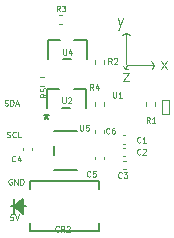
<source format=gbr>
%TF.GenerationSoftware,KiCad,Pcbnew,8.0.4*%
%TF.CreationDate,2025-02-04T23:44:10-05:00*%
%TF.ProjectId,Magnetometer,4d61676e-6574-46f6-9d65-7465722e6b69,rev?*%
%TF.SameCoordinates,Original*%
%TF.FileFunction,Legend,Top*%
%TF.FilePolarity,Positive*%
%FSLAX46Y46*%
G04 Gerber Fmt 4.6, Leading zero omitted, Abs format (unit mm)*
G04 Created by KiCad (PCBNEW 8.0.4) date 2025-02-04 23:44:10*
%MOMM*%
%LPD*%
G01*
G04 APERTURE LIST*
%ADD10C,0.100000*%
%ADD11C,0.150000*%
%ADD12C,0.120000*%
%ADD13C,0.152400*%
G04 APERTURE END LIST*
D10*
X139118646Y-147465752D02*
X139642455Y-147465752D01*
X139642455Y-147465752D02*
X139118646Y-148132419D01*
X139118646Y-148132419D02*
X139642455Y-148132419D01*
X139150000Y-146930000D02*
X139300000Y-147190000D01*
X139620000Y-147160000D02*
X139300000Y-147190000D01*
X139300000Y-147190000D02*
X139620000Y-147160000D01*
X139460000Y-146820000D02*
X139300000Y-147190000D01*
X139395000Y-144080000D02*
X139745000Y-144250000D01*
X139395000Y-144080000D02*
X139045000Y-144300000D01*
X141760000Y-146780000D02*
X141570000Y-147120000D01*
X141760000Y-146780000D02*
X141560000Y-146450000D01*
X138698646Y-142855752D02*
X138936741Y-143522419D01*
X139174836Y-142855752D02*
X138936741Y-143522419D01*
X138936741Y-143522419D02*
X138841503Y-143760514D01*
X138841503Y-143760514D02*
X138793884Y-143808133D01*
X138793884Y-143808133D02*
X138698646Y-143855752D01*
X141760000Y-146780000D02*
X139460000Y-146820000D01*
X142368646Y-147152419D02*
X142892455Y-146485752D01*
X142368646Y-146485752D02*
X142892455Y-147152419D01*
X139415000Y-144095000D02*
X139425000Y-146745000D01*
X129858646Y-159466057D02*
X129630074Y-159466057D01*
X129630074Y-159466057D02*
X129607217Y-159694628D01*
X129607217Y-159694628D02*
X129630074Y-159671771D01*
X129630074Y-159671771D02*
X129675789Y-159648914D01*
X129675789Y-159648914D02*
X129790074Y-159648914D01*
X129790074Y-159648914D02*
X129835789Y-159671771D01*
X129835789Y-159671771D02*
X129858646Y-159694628D01*
X129858646Y-159694628D02*
X129881503Y-159740342D01*
X129881503Y-159740342D02*
X129881503Y-159854628D01*
X129881503Y-159854628D02*
X129858646Y-159900342D01*
X129858646Y-159900342D02*
X129835789Y-159923200D01*
X129835789Y-159923200D02*
X129790074Y-159946057D01*
X129790074Y-159946057D02*
X129675789Y-159946057D01*
X129675789Y-159946057D02*
X129630074Y-159923200D01*
X129630074Y-159923200D02*
X129607217Y-159900342D01*
X130018646Y-159466057D02*
X130178646Y-159946057D01*
X130178646Y-159946057D02*
X130338646Y-159466057D01*
X129141517Y-150237830D02*
X129210089Y-150260687D01*
X129210089Y-150260687D02*
X129324374Y-150260687D01*
X129324374Y-150260687D02*
X129370089Y-150237830D01*
X129370089Y-150237830D02*
X129392946Y-150214972D01*
X129392946Y-150214972D02*
X129415803Y-150169258D01*
X129415803Y-150169258D02*
X129415803Y-150123544D01*
X129415803Y-150123544D02*
X129392946Y-150077830D01*
X129392946Y-150077830D02*
X129370089Y-150054972D01*
X129370089Y-150054972D02*
X129324374Y-150032115D01*
X129324374Y-150032115D02*
X129232946Y-150009258D01*
X129232946Y-150009258D02*
X129187231Y-149986401D01*
X129187231Y-149986401D02*
X129164374Y-149963544D01*
X129164374Y-149963544D02*
X129141517Y-149917830D01*
X129141517Y-149917830D02*
X129141517Y-149872115D01*
X129141517Y-149872115D02*
X129164374Y-149826401D01*
X129164374Y-149826401D02*
X129187231Y-149803544D01*
X129187231Y-149803544D02*
X129232946Y-149780687D01*
X129232946Y-149780687D02*
X129347231Y-149780687D01*
X129347231Y-149780687D02*
X129415803Y-149803544D01*
X129621517Y-150260687D02*
X129621517Y-149780687D01*
X129621517Y-149780687D02*
X129735803Y-149780687D01*
X129735803Y-149780687D02*
X129804374Y-149803544D01*
X129804374Y-149803544D02*
X129850089Y-149849258D01*
X129850089Y-149849258D02*
X129872946Y-149894972D01*
X129872946Y-149894972D02*
X129895803Y-149986401D01*
X129895803Y-149986401D02*
X129895803Y-150054972D01*
X129895803Y-150054972D02*
X129872946Y-150146401D01*
X129872946Y-150146401D02*
X129850089Y-150192115D01*
X129850089Y-150192115D02*
X129804374Y-150237830D01*
X129804374Y-150237830D02*
X129735803Y-150260687D01*
X129735803Y-150260687D02*
X129621517Y-150260687D01*
X130078660Y-150123544D02*
X130307232Y-150123544D01*
X130032946Y-150260687D02*
X130192946Y-149780687D01*
X130192946Y-149780687D02*
X130352946Y-150260687D01*
X129731503Y-156488914D02*
X129685789Y-156466057D01*
X129685789Y-156466057D02*
X129617217Y-156466057D01*
X129617217Y-156466057D02*
X129548646Y-156488914D01*
X129548646Y-156488914D02*
X129502931Y-156534628D01*
X129502931Y-156534628D02*
X129480074Y-156580342D01*
X129480074Y-156580342D02*
X129457217Y-156671771D01*
X129457217Y-156671771D02*
X129457217Y-156740342D01*
X129457217Y-156740342D02*
X129480074Y-156831771D01*
X129480074Y-156831771D02*
X129502931Y-156877485D01*
X129502931Y-156877485D02*
X129548646Y-156923200D01*
X129548646Y-156923200D02*
X129617217Y-156946057D01*
X129617217Y-156946057D02*
X129662931Y-156946057D01*
X129662931Y-156946057D02*
X129731503Y-156923200D01*
X129731503Y-156923200D02*
X129754360Y-156900342D01*
X129754360Y-156900342D02*
X129754360Y-156740342D01*
X129754360Y-156740342D02*
X129662931Y-156740342D01*
X129960074Y-156946057D02*
X129960074Y-156466057D01*
X129960074Y-156466057D02*
X130234360Y-156946057D01*
X130234360Y-156946057D02*
X130234360Y-156466057D01*
X130462931Y-156946057D02*
X130462931Y-156466057D01*
X130462931Y-156466057D02*
X130577217Y-156466057D01*
X130577217Y-156466057D02*
X130645788Y-156488914D01*
X130645788Y-156488914D02*
X130691503Y-156534628D01*
X130691503Y-156534628D02*
X130714360Y-156580342D01*
X130714360Y-156580342D02*
X130737217Y-156671771D01*
X130737217Y-156671771D02*
X130737217Y-156740342D01*
X130737217Y-156740342D02*
X130714360Y-156831771D01*
X130714360Y-156831771D02*
X130691503Y-156877485D01*
X130691503Y-156877485D02*
X130645788Y-156923200D01*
X130645788Y-156923200D02*
X130577217Y-156946057D01*
X130577217Y-156946057D02*
X130462931Y-156946057D01*
X129327217Y-152910427D02*
X129395789Y-152933284D01*
X129395789Y-152933284D02*
X129510074Y-152933284D01*
X129510074Y-152933284D02*
X129555789Y-152910427D01*
X129555789Y-152910427D02*
X129578646Y-152887569D01*
X129578646Y-152887569D02*
X129601503Y-152841855D01*
X129601503Y-152841855D02*
X129601503Y-152796141D01*
X129601503Y-152796141D02*
X129578646Y-152750427D01*
X129578646Y-152750427D02*
X129555789Y-152727569D01*
X129555789Y-152727569D02*
X129510074Y-152704712D01*
X129510074Y-152704712D02*
X129418646Y-152681855D01*
X129418646Y-152681855D02*
X129372931Y-152658998D01*
X129372931Y-152658998D02*
X129350074Y-152636141D01*
X129350074Y-152636141D02*
X129327217Y-152590427D01*
X129327217Y-152590427D02*
X129327217Y-152544712D01*
X129327217Y-152544712D02*
X129350074Y-152498998D01*
X129350074Y-152498998D02*
X129372931Y-152476141D01*
X129372931Y-152476141D02*
X129418646Y-152453284D01*
X129418646Y-152453284D02*
X129532931Y-152453284D01*
X129532931Y-152453284D02*
X129601503Y-152476141D01*
X130081503Y-152887569D02*
X130058646Y-152910427D01*
X130058646Y-152910427D02*
X129990074Y-152933284D01*
X129990074Y-152933284D02*
X129944360Y-152933284D01*
X129944360Y-152933284D02*
X129875789Y-152910427D01*
X129875789Y-152910427D02*
X129830074Y-152864712D01*
X129830074Y-152864712D02*
X129807217Y-152818998D01*
X129807217Y-152818998D02*
X129784360Y-152727569D01*
X129784360Y-152727569D02*
X129784360Y-152658998D01*
X129784360Y-152658998D02*
X129807217Y-152567569D01*
X129807217Y-152567569D02*
X129830074Y-152521855D01*
X129830074Y-152521855D02*
X129875789Y-152476141D01*
X129875789Y-152476141D02*
X129944360Y-152453284D01*
X129944360Y-152453284D02*
X129990074Y-152453284D01*
X129990074Y-152453284D02*
X130058646Y-152476141D01*
X130058646Y-152476141D02*
X130081503Y-152498998D01*
X130515789Y-152933284D02*
X130287217Y-152933284D01*
X130287217Y-152933284D02*
X130287217Y-152453284D01*
X141420000Y-151716857D02*
X141260000Y-151488285D01*
X141145714Y-151716857D02*
X141145714Y-151236857D01*
X141145714Y-151236857D02*
X141328571Y-151236857D01*
X141328571Y-151236857D02*
X141374286Y-151259714D01*
X141374286Y-151259714D02*
X141397143Y-151282571D01*
X141397143Y-151282571D02*
X141420000Y-151328285D01*
X141420000Y-151328285D02*
X141420000Y-151396857D01*
X141420000Y-151396857D02*
X141397143Y-151442571D01*
X141397143Y-151442571D02*
X141374286Y-151465428D01*
X141374286Y-151465428D02*
X141328571Y-151488285D01*
X141328571Y-151488285D02*
X141145714Y-151488285D01*
X141877143Y-151716857D02*
X141602857Y-151716857D01*
X141740000Y-151716857D02*
X141740000Y-151236857D01*
X141740000Y-151236857D02*
X141694286Y-151305428D01*
X141694286Y-151305428D02*
X141648571Y-151351142D01*
X141648571Y-151351142D02*
X141602857Y-151374000D01*
X139040000Y-156321142D02*
X139017143Y-156344000D01*
X139017143Y-156344000D02*
X138948571Y-156366857D01*
X138948571Y-156366857D02*
X138902857Y-156366857D01*
X138902857Y-156366857D02*
X138834286Y-156344000D01*
X138834286Y-156344000D02*
X138788571Y-156298285D01*
X138788571Y-156298285D02*
X138765714Y-156252571D01*
X138765714Y-156252571D02*
X138742857Y-156161142D01*
X138742857Y-156161142D02*
X138742857Y-156092571D01*
X138742857Y-156092571D02*
X138765714Y-156001142D01*
X138765714Y-156001142D02*
X138788571Y-155955428D01*
X138788571Y-155955428D02*
X138834286Y-155909714D01*
X138834286Y-155909714D02*
X138902857Y-155886857D01*
X138902857Y-155886857D02*
X138948571Y-155886857D01*
X138948571Y-155886857D02*
X139017143Y-155909714D01*
X139017143Y-155909714D02*
X139040000Y-155932571D01*
X139200000Y-155886857D02*
X139497143Y-155886857D01*
X139497143Y-155886857D02*
X139337143Y-156069714D01*
X139337143Y-156069714D02*
X139405714Y-156069714D01*
X139405714Y-156069714D02*
X139451429Y-156092571D01*
X139451429Y-156092571D02*
X139474286Y-156115428D01*
X139474286Y-156115428D02*
X139497143Y-156161142D01*
X139497143Y-156161142D02*
X139497143Y-156275428D01*
X139497143Y-156275428D02*
X139474286Y-156321142D01*
X139474286Y-156321142D02*
X139451429Y-156344000D01*
X139451429Y-156344000D02*
X139405714Y-156366857D01*
X139405714Y-156366857D02*
X139268571Y-156366857D01*
X139268571Y-156366857D02*
X139222857Y-156344000D01*
X139222857Y-156344000D02*
X139200000Y-156321142D01*
X134074285Y-145486857D02*
X134074285Y-145875428D01*
X134074285Y-145875428D02*
X134097142Y-145921142D01*
X134097142Y-145921142D02*
X134120000Y-145944000D01*
X134120000Y-145944000D02*
X134165714Y-145966857D01*
X134165714Y-145966857D02*
X134257142Y-145966857D01*
X134257142Y-145966857D02*
X134302857Y-145944000D01*
X134302857Y-145944000D02*
X134325714Y-145921142D01*
X134325714Y-145921142D02*
X134348571Y-145875428D01*
X134348571Y-145875428D02*
X134348571Y-145486857D01*
X134782857Y-145646857D02*
X134782857Y-145966857D01*
X134668571Y-145464000D02*
X134554285Y-145806857D01*
X134554285Y-145806857D02*
X134851428Y-145806857D01*
X134014285Y-149556857D02*
X134014285Y-149945428D01*
X134014285Y-149945428D02*
X134037142Y-149991142D01*
X134037142Y-149991142D02*
X134060000Y-150014000D01*
X134060000Y-150014000D02*
X134105714Y-150036857D01*
X134105714Y-150036857D02*
X134197142Y-150036857D01*
X134197142Y-150036857D02*
X134242857Y-150014000D01*
X134242857Y-150014000D02*
X134265714Y-149991142D01*
X134265714Y-149991142D02*
X134288571Y-149945428D01*
X134288571Y-149945428D02*
X134288571Y-149556857D01*
X134494285Y-149602571D02*
X134517142Y-149579714D01*
X134517142Y-149579714D02*
X134562857Y-149556857D01*
X134562857Y-149556857D02*
X134677142Y-149556857D01*
X134677142Y-149556857D02*
X134722857Y-149579714D01*
X134722857Y-149579714D02*
X134745714Y-149602571D01*
X134745714Y-149602571D02*
X134768571Y-149648285D01*
X134768571Y-149648285D02*
X134768571Y-149694000D01*
X134768571Y-149694000D02*
X134745714Y-149762571D01*
X134745714Y-149762571D02*
X134471428Y-150036857D01*
X134471428Y-150036857D02*
X134768571Y-150036857D01*
X138010000Y-152581142D02*
X137987143Y-152604000D01*
X137987143Y-152604000D02*
X137918571Y-152626857D01*
X137918571Y-152626857D02*
X137872857Y-152626857D01*
X137872857Y-152626857D02*
X137804286Y-152604000D01*
X137804286Y-152604000D02*
X137758571Y-152558285D01*
X137758571Y-152558285D02*
X137735714Y-152512571D01*
X137735714Y-152512571D02*
X137712857Y-152421142D01*
X137712857Y-152421142D02*
X137712857Y-152352571D01*
X137712857Y-152352571D02*
X137735714Y-152261142D01*
X137735714Y-152261142D02*
X137758571Y-152215428D01*
X137758571Y-152215428D02*
X137804286Y-152169714D01*
X137804286Y-152169714D02*
X137872857Y-152146857D01*
X137872857Y-152146857D02*
X137918571Y-152146857D01*
X137918571Y-152146857D02*
X137987143Y-152169714D01*
X137987143Y-152169714D02*
X138010000Y-152192571D01*
X138421429Y-152146857D02*
X138330000Y-152146857D01*
X138330000Y-152146857D02*
X138284286Y-152169714D01*
X138284286Y-152169714D02*
X138261429Y-152192571D01*
X138261429Y-152192571D02*
X138215714Y-152261142D01*
X138215714Y-152261142D02*
X138192857Y-152352571D01*
X138192857Y-152352571D02*
X138192857Y-152535428D01*
X138192857Y-152535428D02*
X138215714Y-152581142D01*
X138215714Y-152581142D02*
X138238571Y-152604000D01*
X138238571Y-152604000D02*
X138284286Y-152626857D01*
X138284286Y-152626857D02*
X138375714Y-152626857D01*
X138375714Y-152626857D02*
X138421429Y-152604000D01*
X138421429Y-152604000D02*
X138444286Y-152581142D01*
X138444286Y-152581142D02*
X138467143Y-152535428D01*
X138467143Y-152535428D02*
X138467143Y-152421142D01*
X138467143Y-152421142D02*
X138444286Y-152375428D01*
X138444286Y-152375428D02*
X138421429Y-152352571D01*
X138421429Y-152352571D02*
X138375714Y-152329714D01*
X138375714Y-152329714D02*
X138284286Y-152329714D01*
X138284286Y-152329714D02*
X138238571Y-152352571D01*
X138238571Y-152352571D02*
X138215714Y-152375428D01*
X138215714Y-152375428D02*
X138192857Y-152421142D01*
X138200000Y-146706857D02*
X138040000Y-146478285D01*
X137925714Y-146706857D02*
X137925714Y-146226857D01*
X137925714Y-146226857D02*
X138108571Y-146226857D01*
X138108571Y-146226857D02*
X138154286Y-146249714D01*
X138154286Y-146249714D02*
X138177143Y-146272571D01*
X138177143Y-146272571D02*
X138200000Y-146318285D01*
X138200000Y-146318285D02*
X138200000Y-146386857D01*
X138200000Y-146386857D02*
X138177143Y-146432571D01*
X138177143Y-146432571D02*
X138154286Y-146455428D01*
X138154286Y-146455428D02*
X138108571Y-146478285D01*
X138108571Y-146478285D02*
X137925714Y-146478285D01*
X138382857Y-146272571D02*
X138405714Y-146249714D01*
X138405714Y-146249714D02*
X138451429Y-146226857D01*
X138451429Y-146226857D02*
X138565714Y-146226857D01*
X138565714Y-146226857D02*
X138611429Y-146249714D01*
X138611429Y-146249714D02*
X138634286Y-146272571D01*
X138634286Y-146272571D02*
X138657143Y-146318285D01*
X138657143Y-146318285D02*
X138657143Y-146364000D01*
X138657143Y-146364000D02*
X138634286Y-146432571D01*
X138634286Y-146432571D02*
X138360000Y-146706857D01*
X138360000Y-146706857D02*
X138657143Y-146706857D01*
X135524285Y-151882857D02*
X135524285Y-152271428D01*
X135524285Y-152271428D02*
X135547142Y-152317142D01*
X135547142Y-152317142D02*
X135570000Y-152340000D01*
X135570000Y-152340000D02*
X135615714Y-152362857D01*
X135615714Y-152362857D02*
X135707142Y-152362857D01*
X135707142Y-152362857D02*
X135752857Y-152340000D01*
X135752857Y-152340000D02*
X135775714Y-152317142D01*
X135775714Y-152317142D02*
X135798571Y-152271428D01*
X135798571Y-152271428D02*
X135798571Y-151882857D01*
X136255714Y-151882857D02*
X136027142Y-151882857D01*
X136027142Y-151882857D02*
X136004285Y-152111428D01*
X136004285Y-152111428D02*
X136027142Y-152088571D01*
X136027142Y-152088571D02*
X136072857Y-152065714D01*
X136072857Y-152065714D02*
X136187142Y-152065714D01*
X136187142Y-152065714D02*
X136232857Y-152088571D01*
X136232857Y-152088571D02*
X136255714Y-152111428D01*
X136255714Y-152111428D02*
X136278571Y-152157142D01*
X136278571Y-152157142D02*
X136278571Y-152271428D01*
X136278571Y-152271428D02*
X136255714Y-152317142D01*
X136255714Y-152317142D02*
X136232857Y-152340000D01*
X136232857Y-152340000D02*
X136187142Y-152362857D01*
X136187142Y-152362857D02*
X136072857Y-152362857D01*
X136072857Y-152362857D02*
X136027142Y-152340000D01*
X136027142Y-152340000D02*
X136004285Y-152317142D01*
D11*
X132670550Y-150930219D02*
X132670550Y-151168314D01*
X132432455Y-151073076D02*
X132670550Y-151168314D01*
X132670550Y-151168314D02*
X132908645Y-151073076D01*
X132527693Y-151358790D02*
X132670550Y-151168314D01*
X132670550Y-151168314D02*
X132813407Y-151358790D01*
X132670550Y-150930219D02*
X132670550Y-151168314D01*
X132432455Y-151073076D02*
X132670550Y-151168314D01*
X132670550Y-151168314D02*
X132908645Y-151073076D01*
X132527693Y-151358790D02*
X132670550Y-151168314D01*
X132670550Y-151168314D02*
X132813407Y-151358790D01*
D10*
X130040000Y-154931142D02*
X130017143Y-154954000D01*
X130017143Y-154954000D02*
X129948571Y-154976857D01*
X129948571Y-154976857D02*
X129902857Y-154976857D01*
X129902857Y-154976857D02*
X129834286Y-154954000D01*
X129834286Y-154954000D02*
X129788571Y-154908285D01*
X129788571Y-154908285D02*
X129765714Y-154862571D01*
X129765714Y-154862571D02*
X129742857Y-154771142D01*
X129742857Y-154771142D02*
X129742857Y-154702571D01*
X129742857Y-154702571D02*
X129765714Y-154611142D01*
X129765714Y-154611142D02*
X129788571Y-154565428D01*
X129788571Y-154565428D02*
X129834286Y-154519714D01*
X129834286Y-154519714D02*
X129902857Y-154496857D01*
X129902857Y-154496857D02*
X129948571Y-154496857D01*
X129948571Y-154496857D02*
X130017143Y-154519714D01*
X130017143Y-154519714D02*
X130040000Y-154542571D01*
X130451429Y-154656857D02*
X130451429Y-154976857D01*
X130337143Y-154474000D02*
X130222857Y-154816857D01*
X130222857Y-154816857D02*
X130520000Y-154816857D01*
X136650000Y-148916857D02*
X136490000Y-148688285D01*
X136375714Y-148916857D02*
X136375714Y-148436857D01*
X136375714Y-148436857D02*
X136558571Y-148436857D01*
X136558571Y-148436857D02*
X136604286Y-148459714D01*
X136604286Y-148459714D02*
X136627143Y-148482571D01*
X136627143Y-148482571D02*
X136650000Y-148528285D01*
X136650000Y-148528285D02*
X136650000Y-148596857D01*
X136650000Y-148596857D02*
X136627143Y-148642571D01*
X136627143Y-148642571D02*
X136604286Y-148665428D01*
X136604286Y-148665428D02*
X136558571Y-148688285D01*
X136558571Y-148688285D02*
X136375714Y-148688285D01*
X137061429Y-148596857D02*
X137061429Y-148916857D01*
X136947143Y-148414000D02*
X136832857Y-148756857D01*
X136832857Y-148756857D02*
X137130000Y-148756857D01*
X132638857Y-149235999D02*
X132410285Y-149395999D01*
X132638857Y-149510285D02*
X132158857Y-149510285D01*
X132158857Y-149510285D02*
X132158857Y-149327428D01*
X132158857Y-149327428D02*
X132181714Y-149281713D01*
X132181714Y-149281713D02*
X132204571Y-149258856D01*
X132204571Y-149258856D02*
X132250285Y-149235999D01*
X132250285Y-149235999D02*
X132318857Y-149235999D01*
X132318857Y-149235999D02*
X132364571Y-149258856D01*
X132364571Y-149258856D02*
X132387428Y-149281713D01*
X132387428Y-149281713D02*
X132410285Y-149327428D01*
X132410285Y-149327428D02*
X132410285Y-149510285D01*
X132158857Y-148801713D02*
X132158857Y-149030285D01*
X132158857Y-149030285D02*
X132387428Y-149053142D01*
X132387428Y-149053142D02*
X132364571Y-149030285D01*
X132364571Y-149030285D02*
X132341714Y-148984571D01*
X132341714Y-148984571D02*
X132341714Y-148870285D01*
X132341714Y-148870285D02*
X132364571Y-148824571D01*
X132364571Y-148824571D02*
X132387428Y-148801713D01*
X132387428Y-148801713D02*
X132433142Y-148778856D01*
X132433142Y-148778856D02*
X132547428Y-148778856D01*
X132547428Y-148778856D02*
X132593142Y-148801713D01*
X132593142Y-148801713D02*
X132616000Y-148824571D01*
X132616000Y-148824571D02*
X132638857Y-148870285D01*
X132638857Y-148870285D02*
X132638857Y-148984571D01*
X132638857Y-148984571D02*
X132616000Y-149030285D01*
X132616000Y-149030285D02*
X132593142Y-149053142D01*
X136400000Y-156221142D02*
X136377143Y-156244000D01*
X136377143Y-156244000D02*
X136308571Y-156266857D01*
X136308571Y-156266857D02*
X136262857Y-156266857D01*
X136262857Y-156266857D02*
X136194286Y-156244000D01*
X136194286Y-156244000D02*
X136148571Y-156198285D01*
X136148571Y-156198285D02*
X136125714Y-156152571D01*
X136125714Y-156152571D02*
X136102857Y-156061142D01*
X136102857Y-156061142D02*
X136102857Y-155992571D01*
X136102857Y-155992571D02*
X136125714Y-155901142D01*
X136125714Y-155901142D02*
X136148571Y-155855428D01*
X136148571Y-155855428D02*
X136194286Y-155809714D01*
X136194286Y-155809714D02*
X136262857Y-155786857D01*
X136262857Y-155786857D02*
X136308571Y-155786857D01*
X136308571Y-155786857D02*
X136377143Y-155809714D01*
X136377143Y-155809714D02*
X136400000Y-155832571D01*
X136834286Y-155786857D02*
X136605714Y-155786857D01*
X136605714Y-155786857D02*
X136582857Y-156015428D01*
X136582857Y-156015428D02*
X136605714Y-155992571D01*
X136605714Y-155992571D02*
X136651429Y-155969714D01*
X136651429Y-155969714D02*
X136765714Y-155969714D01*
X136765714Y-155969714D02*
X136811429Y-155992571D01*
X136811429Y-155992571D02*
X136834286Y-156015428D01*
X136834286Y-156015428D02*
X136857143Y-156061142D01*
X136857143Y-156061142D02*
X136857143Y-156175428D01*
X136857143Y-156175428D02*
X136834286Y-156221142D01*
X136834286Y-156221142D02*
X136811429Y-156244000D01*
X136811429Y-156244000D02*
X136765714Y-156266857D01*
X136765714Y-156266857D02*
X136651429Y-156266857D01*
X136651429Y-156266857D02*
X136605714Y-156244000D01*
X136605714Y-156244000D02*
X136582857Y-156221142D01*
X140636000Y-154349142D02*
X140613143Y-154372000D01*
X140613143Y-154372000D02*
X140544571Y-154394857D01*
X140544571Y-154394857D02*
X140498857Y-154394857D01*
X140498857Y-154394857D02*
X140430286Y-154372000D01*
X140430286Y-154372000D02*
X140384571Y-154326285D01*
X140384571Y-154326285D02*
X140361714Y-154280571D01*
X140361714Y-154280571D02*
X140338857Y-154189142D01*
X140338857Y-154189142D02*
X140338857Y-154120571D01*
X140338857Y-154120571D02*
X140361714Y-154029142D01*
X140361714Y-154029142D02*
X140384571Y-153983428D01*
X140384571Y-153983428D02*
X140430286Y-153937714D01*
X140430286Y-153937714D02*
X140498857Y-153914857D01*
X140498857Y-153914857D02*
X140544571Y-153914857D01*
X140544571Y-153914857D02*
X140613143Y-153937714D01*
X140613143Y-153937714D02*
X140636000Y-153960571D01*
X140818857Y-153960571D02*
X140841714Y-153937714D01*
X140841714Y-153937714D02*
X140887429Y-153914857D01*
X140887429Y-153914857D02*
X141001714Y-153914857D01*
X141001714Y-153914857D02*
X141047429Y-153937714D01*
X141047429Y-153937714D02*
X141070286Y-153960571D01*
X141070286Y-153960571D02*
X141093143Y-154006285D01*
X141093143Y-154006285D02*
X141093143Y-154052000D01*
X141093143Y-154052000D02*
X141070286Y-154120571D01*
X141070286Y-154120571D02*
X140796000Y-154394857D01*
X140796000Y-154394857D02*
X141093143Y-154394857D01*
X133822000Y-142262857D02*
X133662000Y-142034285D01*
X133547714Y-142262857D02*
X133547714Y-141782857D01*
X133547714Y-141782857D02*
X133730571Y-141782857D01*
X133730571Y-141782857D02*
X133776286Y-141805714D01*
X133776286Y-141805714D02*
X133799143Y-141828571D01*
X133799143Y-141828571D02*
X133822000Y-141874285D01*
X133822000Y-141874285D02*
X133822000Y-141942857D01*
X133822000Y-141942857D02*
X133799143Y-141988571D01*
X133799143Y-141988571D02*
X133776286Y-142011428D01*
X133776286Y-142011428D02*
X133730571Y-142034285D01*
X133730571Y-142034285D02*
X133547714Y-142034285D01*
X133982000Y-141782857D02*
X134279143Y-141782857D01*
X134279143Y-141782857D02*
X134119143Y-141965714D01*
X134119143Y-141965714D02*
X134187714Y-141965714D01*
X134187714Y-141965714D02*
X134233429Y-141988571D01*
X134233429Y-141988571D02*
X134256286Y-142011428D01*
X134256286Y-142011428D02*
X134279143Y-142057142D01*
X134279143Y-142057142D02*
X134279143Y-142171428D01*
X134279143Y-142171428D02*
X134256286Y-142217142D01*
X134256286Y-142217142D02*
X134233429Y-142240000D01*
X134233429Y-142240000D02*
X134187714Y-142262857D01*
X134187714Y-142262857D02*
X134050571Y-142262857D01*
X134050571Y-142262857D02*
X134004857Y-142240000D01*
X134004857Y-142240000D02*
X133982000Y-142217142D01*
X140636000Y-153333142D02*
X140613143Y-153356000D01*
X140613143Y-153356000D02*
X140544571Y-153378857D01*
X140544571Y-153378857D02*
X140498857Y-153378857D01*
X140498857Y-153378857D02*
X140430286Y-153356000D01*
X140430286Y-153356000D02*
X140384571Y-153310285D01*
X140384571Y-153310285D02*
X140361714Y-153264571D01*
X140361714Y-153264571D02*
X140338857Y-153173142D01*
X140338857Y-153173142D02*
X140338857Y-153104571D01*
X140338857Y-153104571D02*
X140361714Y-153013142D01*
X140361714Y-153013142D02*
X140384571Y-152967428D01*
X140384571Y-152967428D02*
X140430286Y-152921714D01*
X140430286Y-152921714D02*
X140498857Y-152898857D01*
X140498857Y-152898857D02*
X140544571Y-152898857D01*
X140544571Y-152898857D02*
X140613143Y-152921714D01*
X140613143Y-152921714D02*
X140636000Y-152944571D01*
X141093143Y-153378857D02*
X140818857Y-153378857D01*
X140956000Y-153378857D02*
X140956000Y-152898857D01*
X140956000Y-152898857D02*
X140910286Y-152967428D01*
X140910286Y-152967428D02*
X140864571Y-153013142D01*
X140864571Y-153013142D02*
X140818857Y-153036000D01*
X133720000Y-160881142D02*
X133697143Y-160904000D01*
X133697143Y-160904000D02*
X133628571Y-160926857D01*
X133628571Y-160926857D02*
X133582857Y-160926857D01*
X133582857Y-160926857D02*
X133514286Y-160904000D01*
X133514286Y-160904000D02*
X133468571Y-160858285D01*
X133468571Y-160858285D02*
X133445714Y-160812571D01*
X133445714Y-160812571D02*
X133422857Y-160721142D01*
X133422857Y-160721142D02*
X133422857Y-160652571D01*
X133422857Y-160652571D02*
X133445714Y-160561142D01*
X133445714Y-160561142D02*
X133468571Y-160515428D01*
X133468571Y-160515428D02*
X133514286Y-160469714D01*
X133514286Y-160469714D02*
X133582857Y-160446857D01*
X133582857Y-160446857D02*
X133628571Y-160446857D01*
X133628571Y-160446857D02*
X133697143Y-160469714D01*
X133697143Y-160469714D02*
X133720000Y-160492571D01*
X134200000Y-160926857D02*
X134040000Y-160698285D01*
X133925714Y-160926857D02*
X133925714Y-160446857D01*
X133925714Y-160446857D02*
X134108571Y-160446857D01*
X134108571Y-160446857D02*
X134154286Y-160469714D01*
X134154286Y-160469714D02*
X134177143Y-160492571D01*
X134177143Y-160492571D02*
X134200000Y-160538285D01*
X134200000Y-160538285D02*
X134200000Y-160606857D01*
X134200000Y-160606857D02*
X134177143Y-160652571D01*
X134177143Y-160652571D02*
X134154286Y-160675428D01*
X134154286Y-160675428D02*
X134108571Y-160698285D01*
X134108571Y-160698285D02*
X133925714Y-160698285D01*
X134382857Y-160492571D02*
X134405714Y-160469714D01*
X134405714Y-160469714D02*
X134451429Y-160446857D01*
X134451429Y-160446857D02*
X134565714Y-160446857D01*
X134565714Y-160446857D02*
X134611429Y-160469714D01*
X134611429Y-160469714D02*
X134634286Y-160492571D01*
X134634286Y-160492571D02*
X134657143Y-160538285D01*
X134657143Y-160538285D02*
X134657143Y-160584000D01*
X134657143Y-160584000D02*
X134634286Y-160652571D01*
X134634286Y-160652571D02*
X134360000Y-160926857D01*
X134360000Y-160926857D02*
X134657143Y-160926857D01*
X138318285Y-149088857D02*
X138318285Y-149477428D01*
X138318285Y-149477428D02*
X138341142Y-149523142D01*
X138341142Y-149523142D02*
X138364000Y-149546000D01*
X138364000Y-149546000D02*
X138409714Y-149568857D01*
X138409714Y-149568857D02*
X138501142Y-149568857D01*
X138501142Y-149568857D02*
X138546857Y-149546000D01*
X138546857Y-149546000D02*
X138569714Y-149523142D01*
X138569714Y-149523142D02*
X138592571Y-149477428D01*
X138592571Y-149477428D02*
X138592571Y-149088857D01*
X139072571Y-149568857D02*
X138798285Y-149568857D01*
X138935428Y-149568857D02*
X138935428Y-149088857D01*
X138935428Y-149088857D02*
X138889714Y-149157428D01*
X138889714Y-149157428D02*
X138843999Y-149203142D01*
X138843999Y-149203142D02*
X138798285Y-149226000D01*
D12*
%TO.C,R1*%
X141098000Y-149960359D02*
X141098000Y-150267641D01*
X141858000Y-149960359D02*
X141858000Y-150267641D01*
%TO.C,C3*%
X139366637Y-154910200D02*
X139150965Y-154910200D01*
X139366637Y-155630200D02*
X139150965Y-155630200D01*
D13*
%TO.C,U4*%
X132778500Y-144691100D02*
X132778500Y-146342100D01*
X133817360Y-144691100D02*
X132778500Y-144691100D01*
X134089140Y-146342100D02*
X134769860Y-146342100D01*
X136080500Y-144691100D02*
X135041640Y-144691100D01*
X136080500Y-146342100D02*
X136080500Y-144691100D01*
%TO.C,U2*%
X132715000Y-148805900D02*
X132715000Y-150456900D01*
X133753860Y-148805900D02*
X132715000Y-148805900D01*
X134025640Y-150456900D02*
X134706360Y-150456900D01*
X136017000Y-148805900D02*
X134978140Y-148805900D01*
X136017000Y-150456900D02*
X136017000Y-148805900D01*
D12*
%TO.C,C6*%
X136800000Y-152535836D02*
X136800000Y-152320164D01*
X137520000Y-152535836D02*
X137520000Y-152320164D01*
%TO.C,R2*%
X136780000Y-146711641D02*
X136780000Y-146404359D01*
X137540000Y-146711641D02*
X137540000Y-146404359D01*
D13*
%TO.C,U5*%
X133286500Y-153636939D02*
X133286500Y-154414261D01*
X133286500Y-155676600D02*
X135293100Y-155676600D01*
X135293100Y-152374600D02*
X133286500Y-152374600D01*
D12*
%TO.C,C4*%
X130704000Y-153816164D02*
X130704000Y-154031836D01*
X131424000Y-153816164D02*
X131424000Y-154031836D01*
%TO.C,R4*%
X136780000Y-150269641D02*
X136780000Y-149962359D01*
X137540000Y-150269641D02*
X137540000Y-149962359D01*
%TO.C,R5*%
X132433641Y-147790000D02*
X132126359Y-147790000D01*
X132433641Y-148550000D02*
X132126359Y-148550000D01*
%TO.C,C5*%
X136800000Y-154578164D02*
X136800000Y-154793836D01*
X137520000Y-154578164D02*
X137520000Y-154793836D01*
%TO.C,C2*%
X139327836Y-153818000D02*
X139112164Y-153818000D01*
X139327836Y-154538000D02*
X139112164Y-154538000D01*
%TO.C,JP1*%
D10*
X143057500Y-149753250D02*
X142457500Y-149753250D01*
X142457500Y-150953250D01*
X143057500Y-150953250D01*
X143057500Y-149753250D01*
D12*
%TO.C,R3*%
X134023641Y-143310000D02*
X133716359Y-143310000D01*
X134023641Y-142550000D02*
X133716359Y-142550000D01*
%TO.C,C1*%
X139327836Y-152755200D02*
X139112164Y-152755200D01*
X139327836Y-153475200D02*
X139112164Y-153475200D01*
D13*
%TO.C,CR2*%
X129921000Y-158115000D02*
X129921000Y-159385000D01*
X129921000Y-158750000D02*
X130683000Y-158115000D01*
X129921000Y-158750000D02*
X130683000Y-158242000D01*
X129921000Y-158750000D02*
X130683000Y-158369000D01*
X129921000Y-158750000D02*
X130683000Y-158496000D01*
X129921000Y-158750000D02*
X130683000Y-158623000D01*
X129921000Y-158750000D02*
X130683000Y-158877000D01*
X129921000Y-158750000D02*
X130683000Y-159004000D01*
X129921000Y-158750000D02*
X130683000Y-159131000D01*
X129921000Y-158750000D02*
X130683000Y-159258000D01*
X129921000Y-158750000D02*
X130683000Y-159385000D01*
X130683000Y-158115000D02*
X130683000Y-159385000D01*
X130937000Y-158750000D02*
X129667000Y-158750000D01*
X131318000Y-156654500D02*
X131318000Y-157325060D01*
X131318000Y-160174940D02*
X131318000Y-160845500D01*
X131318000Y-160845500D02*
X137160000Y-160845500D01*
X137160000Y-156654500D02*
X131318000Y-156654500D01*
X137160000Y-157325060D02*
X137160000Y-156654500D01*
X137160000Y-160845500D02*
X137160000Y-160174940D01*
%TD*%
M02*

</source>
